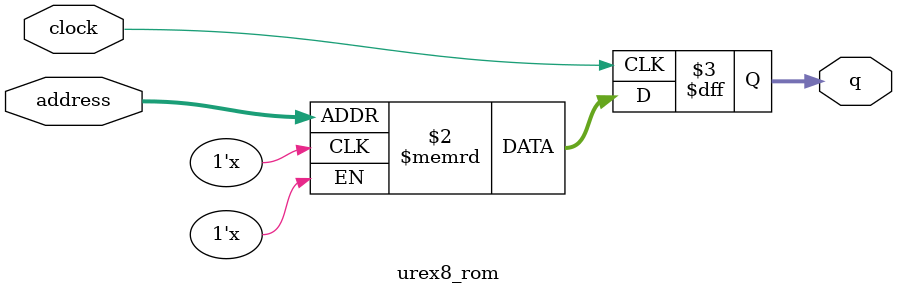
<source format=sv>
module urex8_rom (
	input logic clock,
	input logic [9:0] address,
	output logic [3:0] q
);

logic [3:0] memory [0:1023] /* synthesis ram_init_file = "./urex8/urex8.mif" */;

always_ff @ (posedge clock) begin
	q <= memory[address];
end

endmodule

</source>
